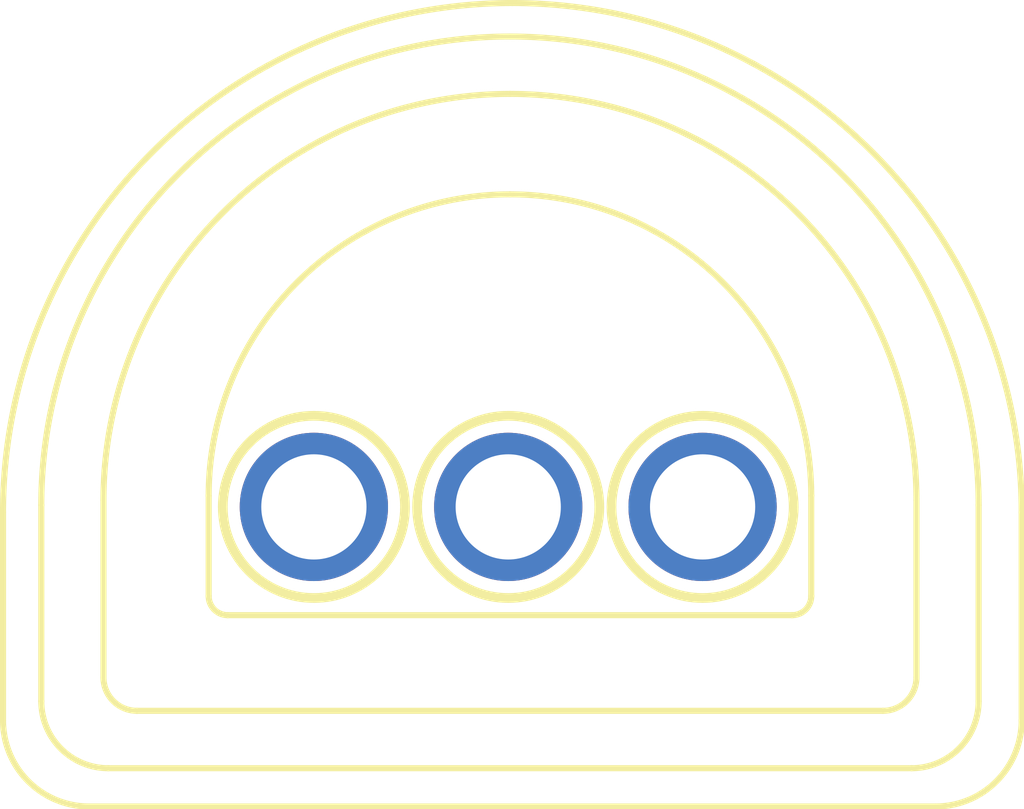
<source format=kicad_pcb>
(kicad_pcb (version 20240108) (generator "pcbnew") (generator_version "8.0")
  (layers (0 "F.Cu" signal) (31 "B.Cu" signal) (34 "B.Paste" user) (35 "F.Paste" user) (36 "B.SilkS" user "B.Silkscreen") (37 "F.SilkS" user "F.Silkscreen") (38 "B.Mask" user) (39 "F.Mask" user) (44 "Edge.Cuts" user))
  (net 0 "")
  (net 1 "3.3V")
  (footprint "n64_breakout:N64CONN" (layer "F.Cu") (at 148.3741 105.384599)
    (property "Reference" "U$3" (hide yes))
    (property "Value" "N64CONN" (hide yes))
    (fp_line (start -10.5 4.4) (end -10.5 0.05) (stroke (width 0.127)) (layer "F.SilkS"))
    (fp_line (start -9.7 4) (end -9.7 -0.1) (stroke (width 0.127)) (layer "F.SilkS"))
    (fp_line (start -8.7 6.2) (end 9 6.2) (stroke (width 0.127)) (layer "F.SilkS"))
    (fp_line (start -8.4 3.5) (end -8.4 -0.2) (stroke (width 0.127)) (layer "F.SilkS"))
    (fp_line (start -8.3 5.4) (end 8.5 5.4) (stroke (width 0.127)) (layer "F.SilkS"))
    (fp_line (start -7.7 4.2) (end 7.9 4.2) (stroke (width 0.127)) (layer "F.SilkS"))
    (fp_line (start -6.2 1.8) (end -6.2 -0.3) (stroke (width 0.127)) (layer "F.SilkS"))
    (fp_line (start -5.8 2.2) (end 6 2.2) (stroke (width 0.127)) (layer "F.SilkS"))
    (fp_line (start 6.4 1.8) (end 6.4 -0.3) (stroke (width 0.127)) (layer "F.SilkS"))
    (fp_line (start 8.6 3.5) (end 8.6 -0.2) (stroke (width 0.127)) (layer "F.SilkS"))
    (fp_line (start 9.9 4) (end 9.9 -0.1) (stroke (width 0.127)) (layer "F.SilkS"))
    (fp_line (start 10.8 4.4) (end 10.8 0.05) (stroke (width 0.127)) (layer "F.SilkS"))
    (fp_arc (start -10.5 0.05) (mid -7.380687 -7.480687) (end 0.15 -10.6) (stroke (width 0.127)) (layer "F.SilkS"))
    (fp_arc (start -9.7 -0.1) (mid -6.829646 -7.029646) (end 0.1 -9.9) (stroke (width 0.127)) (layer "F.SilkS"))
    (fp_arc (start -8.7 6.2) (mid -9.972792 5.672792) (end -10.5 4.4) (stroke (width 0.127)) (layer "F.SilkS"))
    (fp_arc (start -8.4 -0.2) (mid -5.910407 -6.210407) (end 0.100001 -8.699999) (stroke (width 0.127)) (layer "F.SilkS"))
    (fp_arc (start -8.3 5.4) (mid -9.289949 4.989949) (end -9.7 4) (stroke (width 0.127)) (layer "F.SilkS"))
    (fp_arc (start -7.7 4.2) (mid -8.194975 3.994975) (end -8.4 3.5) (stroke (width 0.127)) (layer "F.SilkS"))
    (fp_arc (start -6.2 -0.3) (mid -4.354772 -4.754772) (end 0.100001 -6.599999) (stroke (width 0.127)) (layer "F.SilkS"))
    (fp_arc (start -5.8 2.2) (mid -6.082843 2.082843) (end -6.2 1.8) (stroke (width 0.127)) (layer "F.SilkS"))
    (fp_arc (start 0.099998 -8.7) (mid 6.110407 -6.210408) (end 8.6 -0.2) (stroke (width 0.127)) (layer "F.SilkS"))
    (fp_arc (start 0.099998 -6.6) (mid 4.554772 -4.754773) (end 6.4 -0.3) (stroke (width 0.127)) (layer "F.SilkS"))
    (fp_arc (start 0.1 -9.9) (mid 7.029646 -7.029646) (end 9.9 -0.1) (stroke (width 0.127)) (layer "F.SilkS"))
    (fp_arc (start 0.149999 -10.600001) (mid 7.680688 -7.480688) (end 10.8 0.05) (stroke (width 0.127)) (layer "F.SilkS"))
    (fp_arc (start 6.4 1.8) (mid 6.282843 2.082843) (end 6 2.2) (stroke (width 0.127)) (layer "F.SilkS"))
    (fp_arc (start 8.6 3.5) (mid 8.394975 3.994975) (end 7.9 4.2) (stroke (width 0.127)) (layer "F.SilkS"))
    (fp_arc (start 9.9 4) (mid 9.489949 4.989949) (end 8.5 5.4) (stroke (width 0.127)) (layer "F.SilkS"))
    (fp_arc (start 10.8 4.4) (mid 10.272792 5.672792) (end 9 6.2) (stroke (width 0.127)) (layer "F.SilkS"))
    (fp_circle (center -4 -0.064) (end -2.095 -0.064) (stroke (width 0.2032)) (fill none) (layer "F.SilkS"))
    (fp_circle (center 0.064 -0.064) (end 1.969 -0.064) (stroke (width 0.2032)) (fill none) (layer "F.SilkS"))
    (fp_circle (center 4.128 -0.064) (end 6.033 -0.064) (stroke (width 0.2032)) (fill none) (layer "F.SilkS"))
    (pad "1" thru_hole circle (at -4 -0.064) (size 3.1 3.1) (drill 2.2) (layers "*.Cu" "*.Mask"))
    (pad "2" thru_hole circle (at 0.064 -0.064) (size 3.1 3.1) (drill 2.2) (layers "*.Cu" "*.Mask"))
    (pad "3" thru_hole circle (at 4.128 -0.064) (size 3.1 3.1) (drill 2.2) (layers "*.Cu" "*.Mask"))
  )
  (segment (start 144.3741 105.320599) (end 143.4211 105.320599) (width 0.4064) (layer "B.Cu") (net 1))
)
</source>
